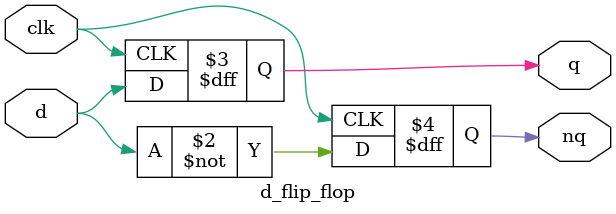
<source format=v>
module top(
    input wire clk,

    // Button input
    input wire B,

    // FF outputs, LED outputs
    output reg R1, NR1, R0, NR0,
    output D0, D1
);
    wire R1_PLUS, R0_PLUS;

    // Instantiate flip-flops
    d_flip_flop ff_R1 (.clk(clk), .d(R1_PLUS), .q(R1), .nq(NR1));
    d_flip_flop ff_R0 (.clk(clk), .d(R0_PLUS), .q(R0), .nq(NR0));

    // Combinational logic to calculate D inputs for the flip-flops
    assign R1_PLUS = ~(((~(NR0 & ~B)) & (~((NR1 & R0) & B))) & (~((R1 & R0) & ~B)));
    assign R0_PLUS = ~((~(NR1 & B) & ~(R0 & B)) & (~((R1 & NR0) & ~B)));

    // Output bits: D1, D0
    assign D1 = ~(NR1 | NR0);
    assign D0 = ~((~(NR1 & NR0)) & (~(R1 & R0)));


endmodule

module d_flip_flop(
    input wire clk,
    input wire d,
    output reg q,
    output reg nq
);

    always @(posedge clk) begin
        q <= d;
        nq <= ~d;
    end

endmodule

</source>
